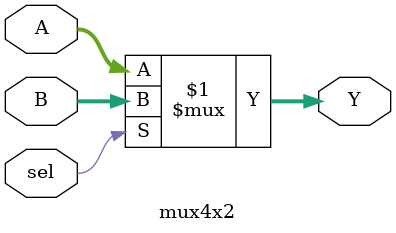
<source format=v>
module mux4x2(
    input  sel,
    input  [3:0] A,
    input  [3:0] B,
    output [3:0] Y
);

    assign Y = sel ? B : A;

endmodule
</source>
